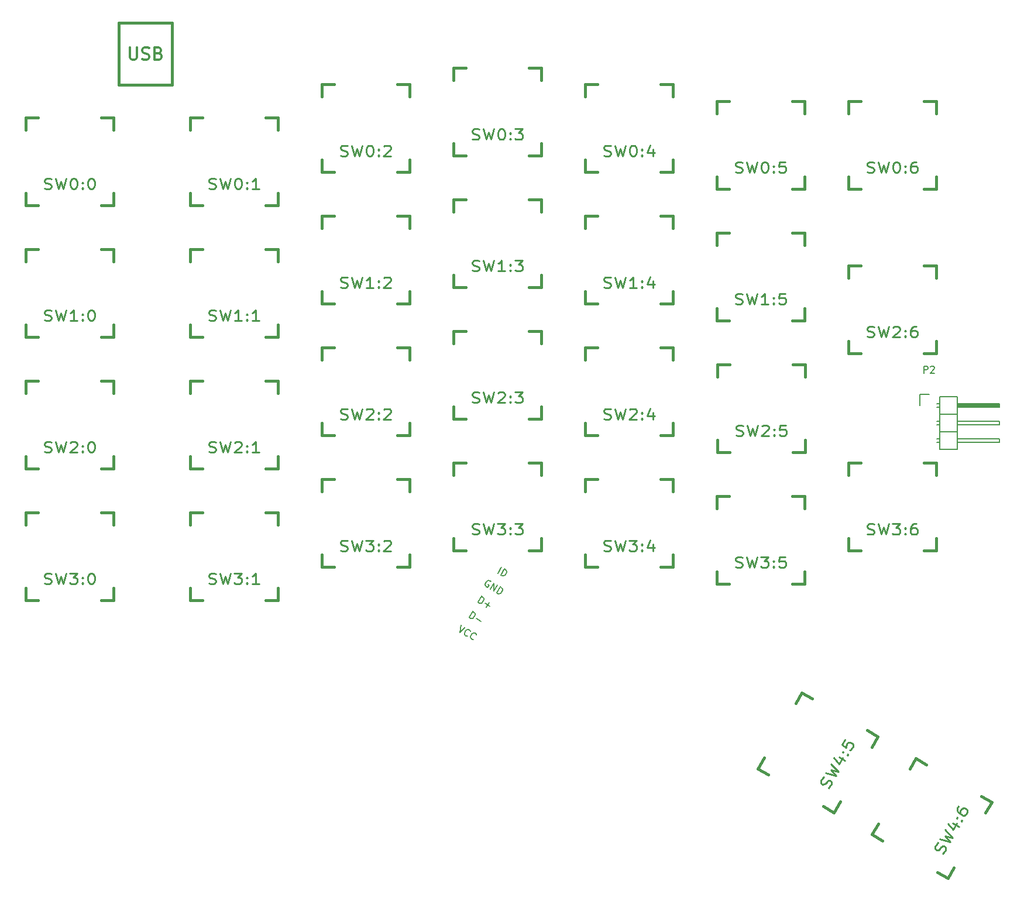
<source format=gto>
G04 #@! TF.FileFunction,Legend,Top*
%FSLAX46Y46*%
G04 Gerber Fmt 4.6, Leading zero omitted, Abs format (unit mm)*
G04 Created by KiCad (PCBNEW 4.0.2-4+6225~38~ubuntu14.04.1-stable) date zo 08 mei 2016 09:07:31 CEST*
%MOMM*%
G01*
G04 APERTURE LIST*
%ADD10C,0.100000*%
%ADD11C,0.381000*%
%ADD12C,0.150000*%
%ADD13C,0.254000*%
%ADD14C,0.304800*%
G04 APERTURE END LIST*
D10*
D11*
X108584739Y-104019261D02*
X109473739Y-102479468D01*
X114045739Y-94560532D02*
X114934739Y-93020739D01*
X114934739Y-93020739D02*
X116474532Y-93909739D01*
X124393468Y-98481739D02*
X125933261Y-99370739D01*
X125933261Y-99370739D02*
X125044261Y-100910532D01*
X120472261Y-108829468D02*
X119583261Y-110369261D01*
X119583261Y-110369261D02*
X118043468Y-109480261D01*
X110124532Y-104908261D02*
X108584739Y-104019261D01*
D12*
X132050000Y-49885000D02*
X132050000Y-51435000D01*
X133350000Y-49885000D02*
X132050000Y-49885000D01*
X137541000Y-51308000D02*
X143383000Y-51308000D01*
X143383000Y-51308000D02*
X143383000Y-51562000D01*
X143383000Y-51562000D02*
X137541000Y-51562000D01*
X137541000Y-51562000D02*
X137541000Y-51435000D01*
X137541000Y-51435000D02*
X143383000Y-51435000D01*
X134874000Y-51181000D02*
X134493000Y-51181000D01*
X134874000Y-51689000D02*
X134493000Y-51689000D01*
X134874000Y-53721000D02*
X134493000Y-53721000D01*
X134874000Y-54229000D02*
X134493000Y-54229000D01*
X134874000Y-56261000D02*
X134493000Y-56261000D01*
X134874000Y-56769000D02*
X134493000Y-56769000D01*
X137414000Y-52705000D02*
X137414000Y-50165000D01*
X143510000Y-51689000D02*
X137414000Y-51689000D01*
X143510000Y-51181000D02*
X143510000Y-51689000D01*
X137414000Y-51181000D02*
X143510000Y-51181000D01*
X134874000Y-52705000D02*
X137414000Y-52705000D01*
X134874000Y-50165000D02*
X134874000Y-52705000D01*
X134874000Y-50165000D02*
X137414000Y-50165000D01*
X134874000Y-55245000D02*
X137414000Y-55245000D01*
X134874000Y-55245000D02*
X134874000Y-57785000D01*
X137414000Y-56261000D02*
X143510000Y-56261000D01*
X143510000Y-56261000D02*
X143510000Y-56769000D01*
X143510000Y-56769000D02*
X137414000Y-56769000D01*
X137414000Y-57785000D02*
X137414000Y-55245000D01*
X137414000Y-55245000D02*
X137414000Y-52705000D01*
X143510000Y-54229000D02*
X137414000Y-54229000D01*
X143510000Y-53721000D02*
X143510000Y-54229000D01*
X137414000Y-53721000D02*
X143510000Y-53721000D01*
X134874000Y-55245000D02*
X137414000Y-55245000D01*
X134874000Y-52705000D02*
X134874000Y-55245000D01*
X134874000Y-52705000D02*
X137414000Y-52705000D01*
X134874000Y-57785000D02*
X137414000Y-57785000D01*
D11*
X2648000Y-9791000D02*
X4426000Y-9791000D01*
X13570000Y-9791000D02*
X15348000Y-9791000D01*
X15348000Y-9791000D02*
X15348000Y-11569000D01*
X15348000Y-20713000D02*
X15348000Y-22491000D01*
X15348000Y-22491000D02*
X13570000Y-22491000D01*
X4426000Y-22491000D02*
X2648000Y-22491000D01*
X2648000Y-22491000D02*
X2648000Y-20713000D01*
X2648000Y-11569000D02*
X2648000Y-9791000D01*
X26460000Y-9790000D02*
X28238000Y-9790000D01*
X37382000Y-9790000D02*
X39160000Y-9790000D01*
X39160000Y-9790000D02*
X39160000Y-11568000D01*
X39160000Y-20712000D02*
X39160000Y-22490000D01*
X39160000Y-22490000D02*
X37382000Y-22490000D01*
X28238000Y-22490000D02*
X26460000Y-22490000D01*
X26460000Y-22490000D02*
X26460000Y-20712000D01*
X26460000Y-11568000D02*
X26460000Y-9790000D01*
X45510000Y-5029000D02*
X47288000Y-5029000D01*
X56432000Y-5029000D02*
X58210000Y-5029000D01*
X58210000Y-5029000D02*
X58210000Y-6807000D01*
X58210000Y-15951000D02*
X58210000Y-17729000D01*
X58210000Y-17729000D02*
X56432000Y-17729000D01*
X47288000Y-17729000D02*
X45510000Y-17729000D01*
X45510000Y-17729000D02*
X45510000Y-15951000D01*
X45510000Y-6807000D02*
X45510000Y-5029000D01*
X64560000Y-2648000D02*
X66338000Y-2648000D01*
X75482000Y-2648000D02*
X77260000Y-2648000D01*
X77260000Y-2648000D02*
X77260000Y-4426000D01*
X77260000Y-13570000D02*
X77260000Y-15348000D01*
X77260000Y-15348000D02*
X75482000Y-15348000D01*
X66338000Y-15348000D02*
X64560000Y-15348000D01*
X64560000Y-15348000D02*
X64560000Y-13570000D01*
X64560000Y-4426000D02*
X64560000Y-2648000D01*
X83610000Y-5029000D02*
X85388000Y-5029000D01*
X94532000Y-5029000D02*
X96310000Y-5029000D01*
X96310000Y-5029000D02*
X96310000Y-6807000D01*
X96310000Y-15951000D02*
X96310000Y-17729000D01*
X96310000Y-17729000D02*
X94532000Y-17729000D01*
X85388000Y-17729000D02*
X83610000Y-17729000D01*
X83610000Y-17729000D02*
X83610000Y-15951000D01*
X83610000Y-6807000D02*
X83610000Y-5029000D01*
X102660000Y-7410000D02*
X104438000Y-7410000D01*
X113582000Y-7410000D02*
X115360000Y-7410000D01*
X115360000Y-7410000D02*
X115360000Y-9188000D01*
X115360000Y-18332000D02*
X115360000Y-20110000D01*
X115360000Y-20110000D02*
X113582000Y-20110000D01*
X104438000Y-20110000D02*
X102660000Y-20110000D01*
X102660000Y-20110000D02*
X102660000Y-18332000D01*
X102660000Y-9188000D02*
X102660000Y-7410000D01*
X121710000Y-7410000D02*
X123488000Y-7410000D01*
X132632000Y-7410000D02*
X134410000Y-7410000D01*
X134410000Y-7410000D02*
X134410000Y-9188000D01*
X134410000Y-18332000D02*
X134410000Y-20110000D01*
X134410000Y-20110000D02*
X132632000Y-20110000D01*
X123488000Y-20110000D02*
X121710000Y-20110000D01*
X121710000Y-20110000D02*
X121710000Y-18332000D01*
X121710000Y-9188000D02*
X121710000Y-7410000D01*
X2648000Y-28841000D02*
X4426000Y-28841000D01*
X13570000Y-28841000D02*
X15348000Y-28841000D01*
X15348000Y-28841000D02*
X15348000Y-30619000D01*
X15348000Y-39763000D02*
X15348000Y-41541000D01*
X15348000Y-41541000D02*
X13570000Y-41541000D01*
X4426000Y-41541000D02*
X2648000Y-41541000D01*
X2648000Y-41541000D02*
X2648000Y-39763000D01*
X2648000Y-30619000D02*
X2648000Y-28841000D01*
X26460000Y-28841000D02*
X28238000Y-28841000D01*
X37382000Y-28841000D02*
X39160000Y-28841000D01*
X39160000Y-28841000D02*
X39160000Y-30619000D01*
X39160000Y-39763000D02*
X39160000Y-41541000D01*
X39160000Y-41541000D02*
X37382000Y-41541000D01*
X28238000Y-41541000D02*
X26460000Y-41541000D01*
X26460000Y-41541000D02*
X26460000Y-39763000D01*
X26460000Y-30619000D02*
X26460000Y-28841000D01*
X45510000Y-24079000D02*
X47288000Y-24079000D01*
X56432000Y-24079000D02*
X58210000Y-24079000D01*
X58210000Y-24079000D02*
X58210000Y-25857000D01*
X58210000Y-35001000D02*
X58210000Y-36779000D01*
X58210000Y-36779000D02*
X56432000Y-36779000D01*
X47288000Y-36779000D02*
X45510000Y-36779000D01*
X45510000Y-36779000D02*
X45510000Y-35001000D01*
X45510000Y-25857000D02*
X45510000Y-24079000D01*
X64560000Y-21688000D02*
X66338000Y-21688000D01*
X75482000Y-21688000D02*
X77260000Y-21688000D01*
X77260000Y-21688000D02*
X77260000Y-23466000D01*
X77260000Y-32610000D02*
X77260000Y-34388000D01*
X77260000Y-34388000D02*
X75482000Y-34388000D01*
X66338000Y-34388000D02*
X64560000Y-34388000D01*
X64560000Y-34388000D02*
X64560000Y-32610000D01*
X64560000Y-23466000D02*
X64560000Y-21688000D01*
X83610000Y-24079000D02*
X85388000Y-24079000D01*
X94532000Y-24079000D02*
X96310000Y-24079000D01*
X96310000Y-24079000D02*
X96310000Y-25857000D01*
X96310000Y-35001000D02*
X96310000Y-36779000D01*
X96310000Y-36779000D02*
X94532000Y-36779000D01*
X85388000Y-36779000D02*
X83610000Y-36779000D01*
X83610000Y-36779000D02*
X83610000Y-35001000D01*
X83610000Y-25857000D02*
X83610000Y-24079000D01*
X102660000Y-26460000D02*
X104438000Y-26460000D01*
X113582000Y-26460000D02*
X115360000Y-26460000D01*
X115360000Y-26460000D02*
X115360000Y-28238000D01*
X115360000Y-37382000D02*
X115360000Y-39160000D01*
X115360000Y-39160000D02*
X113582000Y-39160000D01*
X104438000Y-39160000D02*
X102660000Y-39160000D01*
X102660000Y-39160000D02*
X102660000Y-37382000D01*
X102660000Y-28238000D02*
X102660000Y-26460000D01*
X2648000Y-47891000D02*
X4426000Y-47891000D01*
X13570000Y-47891000D02*
X15348000Y-47891000D01*
X15348000Y-47891000D02*
X15348000Y-49669000D01*
X15348000Y-58813000D02*
X15348000Y-60591000D01*
X15348000Y-60591000D02*
X13570000Y-60591000D01*
X4426000Y-60591000D02*
X2648000Y-60591000D01*
X2648000Y-60591000D02*
X2648000Y-58813000D01*
X2648000Y-49669000D02*
X2648000Y-47891000D01*
X26460000Y-47891000D02*
X28238000Y-47891000D01*
X37382000Y-47891000D02*
X39160000Y-47891000D01*
X39160000Y-47891000D02*
X39160000Y-49669000D01*
X39160000Y-58813000D02*
X39160000Y-60591000D01*
X39160000Y-60591000D02*
X37382000Y-60591000D01*
X28238000Y-60591000D02*
X26460000Y-60591000D01*
X26460000Y-60591000D02*
X26460000Y-58813000D01*
X26460000Y-49669000D02*
X26460000Y-47891000D01*
X45510000Y-43129000D02*
X47288000Y-43129000D01*
X56432000Y-43129000D02*
X58210000Y-43129000D01*
X58210000Y-43129000D02*
X58210000Y-44907000D01*
X58210000Y-54051000D02*
X58210000Y-55829000D01*
X58210000Y-55829000D02*
X56432000Y-55829000D01*
X47288000Y-55829000D02*
X45510000Y-55829000D01*
X45510000Y-55829000D02*
X45510000Y-54051000D01*
X45510000Y-44907000D02*
X45510000Y-43129000D01*
X64560000Y-40738000D02*
X66338000Y-40738000D01*
X75482000Y-40738000D02*
X77260000Y-40738000D01*
X77260000Y-40738000D02*
X77260000Y-42516000D01*
X77260000Y-51660000D02*
X77260000Y-53438000D01*
X77260000Y-53438000D02*
X75482000Y-53438000D01*
X66338000Y-53438000D02*
X64560000Y-53438000D01*
X64560000Y-53438000D02*
X64560000Y-51660000D01*
X64560000Y-42516000D02*
X64560000Y-40738000D01*
X83610000Y-43129000D02*
X85388000Y-43129000D01*
X94532000Y-43129000D02*
X96310000Y-43129000D01*
X96310000Y-43129000D02*
X96310000Y-44907000D01*
X96310000Y-54051000D02*
X96310000Y-55829000D01*
X96310000Y-55829000D02*
X94532000Y-55829000D01*
X85388000Y-55829000D02*
X83610000Y-55829000D01*
X83610000Y-55829000D02*
X83610000Y-54051000D01*
X83610000Y-44907000D02*
X83610000Y-43129000D01*
X102751000Y-45510000D02*
X104529000Y-45510000D01*
X113673000Y-45510000D02*
X115451000Y-45510000D01*
X115451000Y-45510000D02*
X115451000Y-47288000D01*
X115451000Y-56432000D02*
X115451000Y-58210000D01*
X115451000Y-58210000D02*
X113673000Y-58210000D01*
X104529000Y-58210000D02*
X102751000Y-58210000D01*
X102751000Y-58210000D02*
X102751000Y-56432000D01*
X102751000Y-47288000D02*
X102751000Y-45510000D01*
X121710000Y-31223000D02*
X123488000Y-31223000D01*
X132632000Y-31223000D02*
X134410000Y-31223000D01*
X134410000Y-31223000D02*
X134410000Y-33001000D01*
X134410000Y-42145000D02*
X134410000Y-43923000D01*
X134410000Y-43923000D02*
X132632000Y-43923000D01*
X123488000Y-43923000D02*
X121710000Y-43923000D01*
X121710000Y-43923000D02*
X121710000Y-42145000D01*
X121710000Y-33001000D02*
X121710000Y-31223000D01*
X2648000Y-66941000D02*
X4426000Y-66941000D01*
X13570000Y-66941000D02*
X15348000Y-66941000D01*
X15348000Y-66941000D02*
X15348000Y-68719000D01*
X15348000Y-77863000D02*
X15348000Y-79641000D01*
X15348000Y-79641000D02*
X13570000Y-79641000D01*
X4426000Y-79641000D02*
X2648000Y-79641000D01*
X2648000Y-79641000D02*
X2648000Y-77863000D01*
X2648000Y-68719000D02*
X2648000Y-66941000D01*
X26460000Y-66941000D02*
X28238000Y-66941000D01*
X37382000Y-66941000D02*
X39160000Y-66941000D01*
X39160000Y-66941000D02*
X39160000Y-68719000D01*
X39160000Y-77863000D02*
X39160000Y-79641000D01*
X39160000Y-79641000D02*
X37382000Y-79641000D01*
X28238000Y-79641000D02*
X26460000Y-79641000D01*
X26460000Y-79641000D02*
X26460000Y-77863000D01*
X26460000Y-68719000D02*
X26460000Y-66941000D01*
X45510000Y-62179000D02*
X47288000Y-62179000D01*
X56432000Y-62179000D02*
X58210000Y-62179000D01*
X58210000Y-62179000D02*
X58210000Y-63957000D01*
X58210000Y-73101000D02*
X58210000Y-74879000D01*
X58210000Y-74879000D02*
X56432000Y-74879000D01*
X47288000Y-74879000D02*
X45510000Y-74879000D01*
X45510000Y-74879000D02*
X45510000Y-73101000D01*
X45510000Y-63957000D02*
X45510000Y-62179000D01*
X64560000Y-59788000D02*
X66338000Y-59788000D01*
X75482000Y-59788000D02*
X77260000Y-59788000D01*
X77260000Y-59788000D02*
X77260000Y-61566000D01*
X77260000Y-70710000D02*
X77260000Y-72488000D01*
X77260000Y-72488000D02*
X75482000Y-72488000D01*
X66338000Y-72488000D02*
X64560000Y-72488000D01*
X64560000Y-72488000D02*
X64560000Y-70710000D01*
X64560000Y-61566000D02*
X64560000Y-59788000D01*
X83610000Y-62179000D02*
X85388000Y-62179000D01*
X94532000Y-62179000D02*
X96310000Y-62179000D01*
X96310000Y-62179000D02*
X96310000Y-63957000D01*
X96310000Y-73101000D02*
X96310000Y-74879000D01*
X96310000Y-74879000D02*
X94532000Y-74879000D01*
X85388000Y-74879000D02*
X83610000Y-74879000D01*
X83610000Y-74879000D02*
X83610000Y-73101000D01*
X83610000Y-63957000D02*
X83610000Y-62179000D01*
X102660000Y-64560000D02*
X104438000Y-64560000D01*
X113582000Y-64560000D02*
X115360000Y-64560000D01*
X115360000Y-64560000D02*
X115360000Y-66338000D01*
X115360000Y-75482000D02*
X115360000Y-77260000D01*
X115360000Y-77260000D02*
X113582000Y-77260000D01*
X104438000Y-77260000D02*
X102660000Y-77260000D01*
X102660000Y-77260000D02*
X102660000Y-75482000D01*
X102660000Y-66338000D02*
X102660000Y-64560000D01*
X121710000Y-59798000D02*
X123488000Y-59798000D01*
X132632000Y-59798000D02*
X134410000Y-59798000D01*
X134410000Y-59798000D02*
X134410000Y-61576000D01*
X134410000Y-70720000D02*
X134410000Y-72498000D01*
X134410000Y-72498000D02*
X132632000Y-72498000D01*
X123488000Y-72498000D02*
X121710000Y-72498000D01*
X121710000Y-72498000D02*
X121710000Y-70720000D01*
X121710000Y-61576000D02*
X121710000Y-59798000D01*
X125082739Y-113544261D02*
X125971739Y-112004468D01*
X130543739Y-104085532D02*
X131432739Y-102545739D01*
X131432739Y-102545739D02*
X132972532Y-103434739D01*
X140891468Y-108006739D02*
X142431261Y-108895739D01*
X142431261Y-108895739D02*
X141542261Y-110435532D01*
X136970261Y-118354468D02*
X136081261Y-119894261D01*
X136081261Y-119894261D02*
X134541468Y-119005261D01*
X126622532Y-114433261D02*
X125082739Y-113544261D01*
X23850640Y3903980D02*
X23850640Y-5095240D01*
X23850640Y-5095240D02*
X16149360Y-5095240D01*
X16149360Y-5095240D02*
X16149360Y3903980D01*
X16149360Y3903980D02*
X23850640Y3903980D01*
D13*
X118832497Y-106807338D02*
X119022346Y-106623653D01*
X119234013Y-106257036D01*
X119255830Y-106074103D01*
X119235315Y-105964494D01*
X119151951Y-105818599D01*
X119026253Y-105746027D01*
X118858222Y-105746780D01*
X118753041Y-105783818D01*
X118605525Y-105894179D01*
X118373343Y-106151187D01*
X118225827Y-106261548D01*
X118120646Y-106298586D01*
X117952615Y-106299338D01*
X117826917Y-106226766D01*
X117743553Y-106080872D01*
X117723038Y-105971263D01*
X117744856Y-105788330D01*
X117956523Y-105421712D01*
X118146372Y-105238027D01*
X118379856Y-104688478D02*
X119911346Y-105083861D01*
X119137948Y-104246281D01*
X120250013Y-104497273D01*
X119141856Y-103368655D01*
X120301464Y-102376156D02*
X121181346Y-102884156D01*
X119587007Y-102452488D02*
X120318072Y-103363391D01*
X120868405Y-102410186D01*
X121521315Y-102005027D02*
X121626496Y-101967989D01*
X121647012Y-102077598D01*
X121541830Y-102114635D01*
X121521315Y-102005027D01*
X121647012Y-102077598D01*
X120829979Y-101605884D02*
X120935160Y-101568846D01*
X120955676Y-101678455D01*
X120850494Y-101715492D01*
X120829979Y-101605884D01*
X120955676Y-101678455D01*
X121173856Y-99849128D02*
X120750523Y-100582363D01*
X121336677Y-101018543D01*
X121316160Y-100908934D01*
X121337979Y-100726001D01*
X121549646Y-100359384D01*
X121697160Y-100249023D01*
X121802343Y-100211985D01*
X121970374Y-100211233D01*
X122284617Y-100392661D01*
X122367982Y-100538557D01*
X122388496Y-100648166D01*
X122366679Y-100831099D01*
X122155013Y-101197716D01*
X122007496Y-101308077D01*
X121902315Y-101345115D01*
D12*
X132611905Y-46787381D02*
X132611905Y-45787381D01*
X132992858Y-45787381D01*
X133088096Y-45835000D01*
X133135715Y-45882619D01*
X133183334Y-45977857D01*
X133183334Y-46120714D01*
X133135715Y-46215952D01*
X133088096Y-46263571D01*
X132992858Y-46311190D01*
X132611905Y-46311190D01*
X133564286Y-45882619D02*
X133611905Y-45835000D01*
X133707143Y-45787381D01*
X133945239Y-45787381D01*
X134040477Y-45835000D01*
X134088096Y-45882619D01*
X134135715Y-45977857D01*
X134135715Y-46073095D01*
X134088096Y-46215952D01*
X133516667Y-46787381D01*
X134135715Y-46787381D01*
D13*
X5357334Y-20059857D02*
X5611334Y-20132429D01*
X6034667Y-20132429D01*
X6204000Y-20059857D01*
X6288667Y-19987286D01*
X6373334Y-19842143D01*
X6373334Y-19697000D01*
X6288667Y-19551857D01*
X6204000Y-19479286D01*
X6034667Y-19406714D01*
X5696000Y-19334143D01*
X5526667Y-19261571D01*
X5442000Y-19189000D01*
X5357334Y-19043857D01*
X5357334Y-18898714D01*
X5442000Y-18753571D01*
X5526667Y-18681000D01*
X5696000Y-18608429D01*
X6119334Y-18608429D01*
X6373334Y-18681000D01*
X6966000Y-18608429D02*
X7389333Y-20132429D01*
X7728000Y-19043857D01*
X8066667Y-20132429D01*
X8490000Y-18608429D01*
X9506000Y-18608429D02*
X9675333Y-18608429D01*
X9844667Y-18681000D01*
X9929333Y-18753571D01*
X10014000Y-18898714D01*
X10098667Y-19189000D01*
X10098667Y-19551857D01*
X10014000Y-19842143D01*
X9929333Y-19987286D01*
X9844667Y-20059857D01*
X9675333Y-20132429D01*
X9506000Y-20132429D01*
X9336667Y-20059857D01*
X9252000Y-19987286D01*
X9167333Y-19842143D01*
X9082667Y-19551857D01*
X9082667Y-19189000D01*
X9167333Y-18898714D01*
X9252000Y-18753571D01*
X9336667Y-18681000D01*
X9506000Y-18608429D01*
X10860666Y-19987286D02*
X10945333Y-20059857D01*
X10860666Y-20132429D01*
X10776000Y-20059857D01*
X10860666Y-19987286D01*
X10860666Y-20132429D01*
X10860666Y-19189000D02*
X10945333Y-19261571D01*
X10860666Y-19334143D01*
X10776000Y-19261571D01*
X10860666Y-19189000D01*
X10860666Y-19334143D01*
X12046000Y-18608429D02*
X12215333Y-18608429D01*
X12384667Y-18681000D01*
X12469333Y-18753571D01*
X12554000Y-18898714D01*
X12638667Y-19189000D01*
X12638667Y-19551857D01*
X12554000Y-19842143D01*
X12469333Y-19987286D01*
X12384667Y-20059857D01*
X12215333Y-20132429D01*
X12046000Y-20132429D01*
X11876667Y-20059857D01*
X11792000Y-19987286D01*
X11707333Y-19842143D01*
X11622667Y-19551857D01*
X11622667Y-19189000D01*
X11707333Y-18898714D01*
X11792000Y-18753571D01*
X11876667Y-18681000D01*
X12046000Y-18608429D01*
X29169334Y-20058857D02*
X29423334Y-20131429D01*
X29846667Y-20131429D01*
X30016000Y-20058857D01*
X30100667Y-19986286D01*
X30185334Y-19841143D01*
X30185334Y-19696000D01*
X30100667Y-19550857D01*
X30016000Y-19478286D01*
X29846667Y-19405714D01*
X29508000Y-19333143D01*
X29338667Y-19260571D01*
X29254000Y-19188000D01*
X29169334Y-19042857D01*
X29169334Y-18897714D01*
X29254000Y-18752571D01*
X29338667Y-18680000D01*
X29508000Y-18607429D01*
X29931334Y-18607429D01*
X30185334Y-18680000D01*
X30778000Y-18607429D02*
X31201333Y-20131429D01*
X31540000Y-19042857D01*
X31878667Y-20131429D01*
X32302000Y-18607429D01*
X33318000Y-18607429D02*
X33487333Y-18607429D01*
X33656667Y-18680000D01*
X33741333Y-18752571D01*
X33826000Y-18897714D01*
X33910667Y-19188000D01*
X33910667Y-19550857D01*
X33826000Y-19841143D01*
X33741333Y-19986286D01*
X33656667Y-20058857D01*
X33487333Y-20131429D01*
X33318000Y-20131429D01*
X33148667Y-20058857D01*
X33064000Y-19986286D01*
X32979333Y-19841143D01*
X32894667Y-19550857D01*
X32894667Y-19188000D01*
X32979333Y-18897714D01*
X33064000Y-18752571D01*
X33148667Y-18680000D01*
X33318000Y-18607429D01*
X34672666Y-19986286D02*
X34757333Y-20058857D01*
X34672666Y-20131429D01*
X34588000Y-20058857D01*
X34672666Y-19986286D01*
X34672666Y-20131429D01*
X34672666Y-19188000D02*
X34757333Y-19260571D01*
X34672666Y-19333143D01*
X34588000Y-19260571D01*
X34672666Y-19188000D01*
X34672666Y-19333143D01*
X36450667Y-20131429D02*
X35434667Y-20131429D01*
X35942667Y-20131429D02*
X35942667Y-18607429D01*
X35773333Y-18825143D01*
X35604000Y-18970286D01*
X35434667Y-19042857D01*
X48219334Y-15297857D02*
X48473334Y-15370429D01*
X48896667Y-15370429D01*
X49066000Y-15297857D01*
X49150667Y-15225286D01*
X49235334Y-15080143D01*
X49235334Y-14935000D01*
X49150667Y-14789857D01*
X49066000Y-14717286D01*
X48896667Y-14644714D01*
X48558000Y-14572143D01*
X48388667Y-14499571D01*
X48304000Y-14427000D01*
X48219334Y-14281857D01*
X48219334Y-14136714D01*
X48304000Y-13991571D01*
X48388667Y-13919000D01*
X48558000Y-13846429D01*
X48981334Y-13846429D01*
X49235334Y-13919000D01*
X49828000Y-13846429D02*
X50251333Y-15370429D01*
X50590000Y-14281857D01*
X50928667Y-15370429D01*
X51352000Y-13846429D01*
X52368000Y-13846429D02*
X52537333Y-13846429D01*
X52706667Y-13919000D01*
X52791333Y-13991571D01*
X52876000Y-14136714D01*
X52960667Y-14427000D01*
X52960667Y-14789857D01*
X52876000Y-15080143D01*
X52791333Y-15225286D01*
X52706667Y-15297857D01*
X52537333Y-15370429D01*
X52368000Y-15370429D01*
X52198667Y-15297857D01*
X52114000Y-15225286D01*
X52029333Y-15080143D01*
X51944667Y-14789857D01*
X51944667Y-14427000D01*
X52029333Y-14136714D01*
X52114000Y-13991571D01*
X52198667Y-13919000D01*
X52368000Y-13846429D01*
X53722666Y-15225286D02*
X53807333Y-15297857D01*
X53722666Y-15370429D01*
X53638000Y-15297857D01*
X53722666Y-15225286D01*
X53722666Y-15370429D01*
X53722666Y-14427000D02*
X53807333Y-14499571D01*
X53722666Y-14572143D01*
X53638000Y-14499571D01*
X53722666Y-14427000D01*
X53722666Y-14572143D01*
X54484667Y-13991571D02*
X54569333Y-13919000D01*
X54738667Y-13846429D01*
X55162000Y-13846429D01*
X55331333Y-13919000D01*
X55416000Y-13991571D01*
X55500667Y-14136714D01*
X55500667Y-14281857D01*
X55416000Y-14499571D01*
X54400000Y-15370429D01*
X55500667Y-15370429D01*
X67269334Y-12916857D02*
X67523334Y-12989429D01*
X67946667Y-12989429D01*
X68116000Y-12916857D01*
X68200667Y-12844286D01*
X68285334Y-12699143D01*
X68285334Y-12554000D01*
X68200667Y-12408857D01*
X68116000Y-12336286D01*
X67946667Y-12263714D01*
X67608000Y-12191143D01*
X67438667Y-12118571D01*
X67354000Y-12046000D01*
X67269334Y-11900857D01*
X67269334Y-11755714D01*
X67354000Y-11610571D01*
X67438667Y-11538000D01*
X67608000Y-11465429D01*
X68031334Y-11465429D01*
X68285334Y-11538000D01*
X68878000Y-11465429D02*
X69301333Y-12989429D01*
X69640000Y-11900857D01*
X69978667Y-12989429D01*
X70402000Y-11465429D01*
X71418000Y-11465429D02*
X71587333Y-11465429D01*
X71756667Y-11538000D01*
X71841333Y-11610571D01*
X71926000Y-11755714D01*
X72010667Y-12046000D01*
X72010667Y-12408857D01*
X71926000Y-12699143D01*
X71841333Y-12844286D01*
X71756667Y-12916857D01*
X71587333Y-12989429D01*
X71418000Y-12989429D01*
X71248667Y-12916857D01*
X71164000Y-12844286D01*
X71079333Y-12699143D01*
X70994667Y-12408857D01*
X70994667Y-12046000D01*
X71079333Y-11755714D01*
X71164000Y-11610571D01*
X71248667Y-11538000D01*
X71418000Y-11465429D01*
X72772666Y-12844286D02*
X72857333Y-12916857D01*
X72772666Y-12989429D01*
X72688000Y-12916857D01*
X72772666Y-12844286D01*
X72772666Y-12989429D01*
X72772666Y-12046000D02*
X72857333Y-12118571D01*
X72772666Y-12191143D01*
X72688000Y-12118571D01*
X72772666Y-12046000D01*
X72772666Y-12191143D01*
X73450000Y-11465429D02*
X74550667Y-11465429D01*
X73958000Y-12046000D01*
X74212000Y-12046000D01*
X74381333Y-12118571D01*
X74466000Y-12191143D01*
X74550667Y-12336286D01*
X74550667Y-12699143D01*
X74466000Y-12844286D01*
X74381333Y-12916857D01*
X74212000Y-12989429D01*
X73704000Y-12989429D01*
X73534667Y-12916857D01*
X73450000Y-12844286D01*
X86319334Y-15297857D02*
X86573334Y-15370429D01*
X86996667Y-15370429D01*
X87166000Y-15297857D01*
X87250667Y-15225286D01*
X87335334Y-15080143D01*
X87335334Y-14935000D01*
X87250667Y-14789857D01*
X87166000Y-14717286D01*
X86996667Y-14644714D01*
X86658000Y-14572143D01*
X86488667Y-14499571D01*
X86404000Y-14427000D01*
X86319334Y-14281857D01*
X86319334Y-14136714D01*
X86404000Y-13991571D01*
X86488667Y-13919000D01*
X86658000Y-13846429D01*
X87081334Y-13846429D01*
X87335334Y-13919000D01*
X87928000Y-13846429D02*
X88351333Y-15370429D01*
X88690000Y-14281857D01*
X89028667Y-15370429D01*
X89452000Y-13846429D01*
X90468000Y-13846429D02*
X90637333Y-13846429D01*
X90806667Y-13919000D01*
X90891333Y-13991571D01*
X90976000Y-14136714D01*
X91060667Y-14427000D01*
X91060667Y-14789857D01*
X90976000Y-15080143D01*
X90891333Y-15225286D01*
X90806667Y-15297857D01*
X90637333Y-15370429D01*
X90468000Y-15370429D01*
X90298667Y-15297857D01*
X90214000Y-15225286D01*
X90129333Y-15080143D01*
X90044667Y-14789857D01*
X90044667Y-14427000D01*
X90129333Y-14136714D01*
X90214000Y-13991571D01*
X90298667Y-13919000D01*
X90468000Y-13846429D01*
X91822666Y-15225286D02*
X91907333Y-15297857D01*
X91822666Y-15370429D01*
X91738000Y-15297857D01*
X91822666Y-15225286D01*
X91822666Y-15370429D01*
X91822666Y-14427000D02*
X91907333Y-14499571D01*
X91822666Y-14572143D01*
X91738000Y-14499571D01*
X91822666Y-14427000D01*
X91822666Y-14572143D01*
X93431333Y-14354429D02*
X93431333Y-15370429D01*
X93008000Y-13773857D02*
X92584667Y-14862429D01*
X93685333Y-14862429D01*
X105369334Y-17678857D02*
X105623334Y-17751429D01*
X106046667Y-17751429D01*
X106216000Y-17678857D01*
X106300667Y-17606286D01*
X106385334Y-17461143D01*
X106385334Y-17316000D01*
X106300667Y-17170857D01*
X106216000Y-17098286D01*
X106046667Y-17025714D01*
X105708000Y-16953143D01*
X105538667Y-16880571D01*
X105454000Y-16808000D01*
X105369334Y-16662857D01*
X105369334Y-16517714D01*
X105454000Y-16372571D01*
X105538667Y-16300000D01*
X105708000Y-16227429D01*
X106131334Y-16227429D01*
X106385334Y-16300000D01*
X106978000Y-16227429D02*
X107401333Y-17751429D01*
X107740000Y-16662857D01*
X108078667Y-17751429D01*
X108502000Y-16227429D01*
X109518000Y-16227429D02*
X109687333Y-16227429D01*
X109856667Y-16300000D01*
X109941333Y-16372571D01*
X110026000Y-16517714D01*
X110110667Y-16808000D01*
X110110667Y-17170857D01*
X110026000Y-17461143D01*
X109941333Y-17606286D01*
X109856667Y-17678857D01*
X109687333Y-17751429D01*
X109518000Y-17751429D01*
X109348667Y-17678857D01*
X109264000Y-17606286D01*
X109179333Y-17461143D01*
X109094667Y-17170857D01*
X109094667Y-16808000D01*
X109179333Y-16517714D01*
X109264000Y-16372571D01*
X109348667Y-16300000D01*
X109518000Y-16227429D01*
X110872666Y-17606286D02*
X110957333Y-17678857D01*
X110872666Y-17751429D01*
X110788000Y-17678857D01*
X110872666Y-17606286D01*
X110872666Y-17751429D01*
X110872666Y-16808000D02*
X110957333Y-16880571D01*
X110872666Y-16953143D01*
X110788000Y-16880571D01*
X110872666Y-16808000D01*
X110872666Y-16953143D01*
X112566000Y-16227429D02*
X111719333Y-16227429D01*
X111634667Y-16953143D01*
X111719333Y-16880571D01*
X111888667Y-16808000D01*
X112312000Y-16808000D01*
X112481333Y-16880571D01*
X112566000Y-16953143D01*
X112650667Y-17098286D01*
X112650667Y-17461143D01*
X112566000Y-17606286D01*
X112481333Y-17678857D01*
X112312000Y-17751429D01*
X111888667Y-17751429D01*
X111719333Y-17678857D01*
X111634667Y-17606286D01*
X124419334Y-17678857D02*
X124673334Y-17751429D01*
X125096667Y-17751429D01*
X125266000Y-17678857D01*
X125350667Y-17606286D01*
X125435334Y-17461143D01*
X125435334Y-17316000D01*
X125350667Y-17170857D01*
X125266000Y-17098286D01*
X125096667Y-17025714D01*
X124758000Y-16953143D01*
X124588667Y-16880571D01*
X124504000Y-16808000D01*
X124419334Y-16662857D01*
X124419334Y-16517714D01*
X124504000Y-16372571D01*
X124588667Y-16300000D01*
X124758000Y-16227429D01*
X125181334Y-16227429D01*
X125435334Y-16300000D01*
X126028000Y-16227429D02*
X126451333Y-17751429D01*
X126790000Y-16662857D01*
X127128667Y-17751429D01*
X127552000Y-16227429D01*
X128568000Y-16227429D02*
X128737333Y-16227429D01*
X128906667Y-16300000D01*
X128991333Y-16372571D01*
X129076000Y-16517714D01*
X129160667Y-16808000D01*
X129160667Y-17170857D01*
X129076000Y-17461143D01*
X128991333Y-17606286D01*
X128906667Y-17678857D01*
X128737333Y-17751429D01*
X128568000Y-17751429D01*
X128398667Y-17678857D01*
X128314000Y-17606286D01*
X128229333Y-17461143D01*
X128144667Y-17170857D01*
X128144667Y-16808000D01*
X128229333Y-16517714D01*
X128314000Y-16372571D01*
X128398667Y-16300000D01*
X128568000Y-16227429D01*
X129922666Y-17606286D02*
X130007333Y-17678857D01*
X129922666Y-17751429D01*
X129838000Y-17678857D01*
X129922666Y-17606286D01*
X129922666Y-17751429D01*
X129922666Y-16808000D02*
X130007333Y-16880571D01*
X129922666Y-16953143D01*
X129838000Y-16880571D01*
X129922666Y-16808000D01*
X129922666Y-16953143D01*
X131531333Y-16227429D02*
X131192667Y-16227429D01*
X131023333Y-16300000D01*
X130938667Y-16372571D01*
X130769333Y-16590286D01*
X130684667Y-16880571D01*
X130684667Y-17461143D01*
X130769333Y-17606286D01*
X130854000Y-17678857D01*
X131023333Y-17751429D01*
X131362000Y-17751429D01*
X131531333Y-17678857D01*
X131616000Y-17606286D01*
X131700667Y-17461143D01*
X131700667Y-17098286D01*
X131616000Y-16953143D01*
X131531333Y-16880571D01*
X131362000Y-16808000D01*
X131023333Y-16808000D01*
X130854000Y-16880571D01*
X130769333Y-16953143D01*
X130684667Y-17098286D01*
X5357334Y-39109857D02*
X5611334Y-39182429D01*
X6034667Y-39182429D01*
X6204000Y-39109857D01*
X6288667Y-39037286D01*
X6373334Y-38892143D01*
X6373334Y-38747000D01*
X6288667Y-38601857D01*
X6204000Y-38529286D01*
X6034667Y-38456714D01*
X5696000Y-38384143D01*
X5526667Y-38311571D01*
X5442000Y-38239000D01*
X5357334Y-38093857D01*
X5357334Y-37948714D01*
X5442000Y-37803571D01*
X5526667Y-37731000D01*
X5696000Y-37658429D01*
X6119334Y-37658429D01*
X6373334Y-37731000D01*
X6966000Y-37658429D02*
X7389333Y-39182429D01*
X7728000Y-38093857D01*
X8066667Y-39182429D01*
X8490000Y-37658429D01*
X10098667Y-39182429D02*
X9082667Y-39182429D01*
X9590667Y-39182429D02*
X9590667Y-37658429D01*
X9421333Y-37876143D01*
X9252000Y-38021286D01*
X9082667Y-38093857D01*
X10860666Y-39037286D02*
X10945333Y-39109857D01*
X10860666Y-39182429D01*
X10776000Y-39109857D01*
X10860666Y-39037286D01*
X10860666Y-39182429D01*
X10860666Y-38239000D02*
X10945333Y-38311571D01*
X10860666Y-38384143D01*
X10776000Y-38311571D01*
X10860666Y-38239000D01*
X10860666Y-38384143D01*
X12046000Y-37658429D02*
X12215333Y-37658429D01*
X12384667Y-37731000D01*
X12469333Y-37803571D01*
X12554000Y-37948714D01*
X12638667Y-38239000D01*
X12638667Y-38601857D01*
X12554000Y-38892143D01*
X12469333Y-39037286D01*
X12384667Y-39109857D01*
X12215333Y-39182429D01*
X12046000Y-39182429D01*
X11876667Y-39109857D01*
X11792000Y-39037286D01*
X11707333Y-38892143D01*
X11622667Y-38601857D01*
X11622667Y-38239000D01*
X11707333Y-37948714D01*
X11792000Y-37803571D01*
X11876667Y-37731000D01*
X12046000Y-37658429D01*
X29169334Y-39109857D02*
X29423334Y-39182429D01*
X29846667Y-39182429D01*
X30016000Y-39109857D01*
X30100667Y-39037286D01*
X30185334Y-38892143D01*
X30185334Y-38747000D01*
X30100667Y-38601857D01*
X30016000Y-38529286D01*
X29846667Y-38456714D01*
X29508000Y-38384143D01*
X29338667Y-38311571D01*
X29254000Y-38239000D01*
X29169334Y-38093857D01*
X29169334Y-37948714D01*
X29254000Y-37803571D01*
X29338667Y-37731000D01*
X29508000Y-37658429D01*
X29931334Y-37658429D01*
X30185334Y-37731000D01*
X30778000Y-37658429D02*
X31201333Y-39182429D01*
X31540000Y-38093857D01*
X31878667Y-39182429D01*
X32302000Y-37658429D01*
X33910667Y-39182429D02*
X32894667Y-39182429D01*
X33402667Y-39182429D02*
X33402667Y-37658429D01*
X33233333Y-37876143D01*
X33064000Y-38021286D01*
X32894667Y-38093857D01*
X34672666Y-39037286D02*
X34757333Y-39109857D01*
X34672666Y-39182429D01*
X34588000Y-39109857D01*
X34672666Y-39037286D01*
X34672666Y-39182429D01*
X34672666Y-38239000D02*
X34757333Y-38311571D01*
X34672666Y-38384143D01*
X34588000Y-38311571D01*
X34672666Y-38239000D01*
X34672666Y-38384143D01*
X36450667Y-39182429D02*
X35434667Y-39182429D01*
X35942667Y-39182429D02*
X35942667Y-37658429D01*
X35773333Y-37876143D01*
X35604000Y-38021286D01*
X35434667Y-38093857D01*
X48219334Y-34347857D02*
X48473334Y-34420429D01*
X48896667Y-34420429D01*
X49066000Y-34347857D01*
X49150667Y-34275286D01*
X49235334Y-34130143D01*
X49235334Y-33985000D01*
X49150667Y-33839857D01*
X49066000Y-33767286D01*
X48896667Y-33694714D01*
X48558000Y-33622143D01*
X48388667Y-33549571D01*
X48304000Y-33477000D01*
X48219334Y-33331857D01*
X48219334Y-33186714D01*
X48304000Y-33041571D01*
X48388667Y-32969000D01*
X48558000Y-32896429D01*
X48981334Y-32896429D01*
X49235334Y-32969000D01*
X49828000Y-32896429D02*
X50251333Y-34420429D01*
X50590000Y-33331857D01*
X50928667Y-34420429D01*
X51352000Y-32896429D01*
X52960667Y-34420429D02*
X51944667Y-34420429D01*
X52452667Y-34420429D02*
X52452667Y-32896429D01*
X52283333Y-33114143D01*
X52114000Y-33259286D01*
X51944667Y-33331857D01*
X53722666Y-34275286D02*
X53807333Y-34347857D01*
X53722666Y-34420429D01*
X53638000Y-34347857D01*
X53722666Y-34275286D01*
X53722666Y-34420429D01*
X53722666Y-33477000D02*
X53807333Y-33549571D01*
X53722666Y-33622143D01*
X53638000Y-33549571D01*
X53722666Y-33477000D01*
X53722666Y-33622143D01*
X54484667Y-33041571D02*
X54569333Y-32969000D01*
X54738667Y-32896429D01*
X55162000Y-32896429D01*
X55331333Y-32969000D01*
X55416000Y-33041571D01*
X55500667Y-33186714D01*
X55500667Y-33331857D01*
X55416000Y-33549571D01*
X54400000Y-34420429D01*
X55500667Y-34420429D01*
X67269334Y-31956857D02*
X67523334Y-32029429D01*
X67946667Y-32029429D01*
X68116000Y-31956857D01*
X68200667Y-31884286D01*
X68285334Y-31739143D01*
X68285334Y-31594000D01*
X68200667Y-31448857D01*
X68116000Y-31376286D01*
X67946667Y-31303714D01*
X67608000Y-31231143D01*
X67438667Y-31158571D01*
X67354000Y-31086000D01*
X67269334Y-30940857D01*
X67269334Y-30795714D01*
X67354000Y-30650571D01*
X67438667Y-30578000D01*
X67608000Y-30505429D01*
X68031334Y-30505429D01*
X68285334Y-30578000D01*
X68878000Y-30505429D02*
X69301333Y-32029429D01*
X69640000Y-30940857D01*
X69978667Y-32029429D01*
X70402000Y-30505429D01*
X72010667Y-32029429D02*
X70994667Y-32029429D01*
X71502667Y-32029429D02*
X71502667Y-30505429D01*
X71333333Y-30723143D01*
X71164000Y-30868286D01*
X70994667Y-30940857D01*
X72772666Y-31884286D02*
X72857333Y-31956857D01*
X72772666Y-32029429D01*
X72688000Y-31956857D01*
X72772666Y-31884286D01*
X72772666Y-32029429D01*
X72772666Y-31086000D02*
X72857333Y-31158571D01*
X72772666Y-31231143D01*
X72688000Y-31158571D01*
X72772666Y-31086000D01*
X72772666Y-31231143D01*
X73450000Y-30505429D02*
X74550667Y-30505429D01*
X73958000Y-31086000D01*
X74212000Y-31086000D01*
X74381333Y-31158571D01*
X74466000Y-31231143D01*
X74550667Y-31376286D01*
X74550667Y-31739143D01*
X74466000Y-31884286D01*
X74381333Y-31956857D01*
X74212000Y-32029429D01*
X73704000Y-32029429D01*
X73534667Y-31956857D01*
X73450000Y-31884286D01*
X86319334Y-34347857D02*
X86573334Y-34420429D01*
X86996667Y-34420429D01*
X87166000Y-34347857D01*
X87250667Y-34275286D01*
X87335334Y-34130143D01*
X87335334Y-33985000D01*
X87250667Y-33839857D01*
X87166000Y-33767286D01*
X86996667Y-33694714D01*
X86658000Y-33622143D01*
X86488667Y-33549571D01*
X86404000Y-33477000D01*
X86319334Y-33331857D01*
X86319334Y-33186714D01*
X86404000Y-33041571D01*
X86488667Y-32969000D01*
X86658000Y-32896429D01*
X87081334Y-32896429D01*
X87335334Y-32969000D01*
X87928000Y-32896429D02*
X88351333Y-34420429D01*
X88690000Y-33331857D01*
X89028667Y-34420429D01*
X89452000Y-32896429D01*
X91060667Y-34420429D02*
X90044667Y-34420429D01*
X90552667Y-34420429D02*
X90552667Y-32896429D01*
X90383333Y-33114143D01*
X90214000Y-33259286D01*
X90044667Y-33331857D01*
X91822666Y-34275286D02*
X91907333Y-34347857D01*
X91822666Y-34420429D01*
X91738000Y-34347857D01*
X91822666Y-34275286D01*
X91822666Y-34420429D01*
X91822666Y-33477000D02*
X91907333Y-33549571D01*
X91822666Y-33622143D01*
X91738000Y-33549571D01*
X91822666Y-33477000D01*
X91822666Y-33622143D01*
X93431333Y-33404429D02*
X93431333Y-34420429D01*
X93008000Y-32823857D02*
X92584667Y-33912429D01*
X93685333Y-33912429D01*
X105369334Y-36728857D02*
X105623334Y-36801429D01*
X106046667Y-36801429D01*
X106216000Y-36728857D01*
X106300667Y-36656286D01*
X106385334Y-36511143D01*
X106385334Y-36366000D01*
X106300667Y-36220857D01*
X106216000Y-36148286D01*
X106046667Y-36075714D01*
X105708000Y-36003143D01*
X105538667Y-35930571D01*
X105454000Y-35858000D01*
X105369334Y-35712857D01*
X105369334Y-35567714D01*
X105454000Y-35422571D01*
X105538667Y-35350000D01*
X105708000Y-35277429D01*
X106131334Y-35277429D01*
X106385334Y-35350000D01*
X106978000Y-35277429D02*
X107401333Y-36801429D01*
X107740000Y-35712857D01*
X108078667Y-36801429D01*
X108502000Y-35277429D01*
X110110667Y-36801429D02*
X109094667Y-36801429D01*
X109602667Y-36801429D02*
X109602667Y-35277429D01*
X109433333Y-35495143D01*
X109264000Y-35640286D01*
X109094667Y-35712857D01*
X110872666Y-36656286D02*
X110957333Y-36728857D01*
X110872666Y-36801429D01*
X110788000Y-36728857D01*
X110872666Y-36656286D01*
X110872666Y-36801429D01*
X110872666Y-35858000D02*
X110957333Y-35930571D01*
X110872666Y-36003143D01*
X110788000Y-35930571D01*
X110872666Y-35858000D01*
X110872666Y-36003143D01*
X112566000Y-35277429D02*
X111719333Y-35277429D01*
X111634667Y-36003143D01*
X111719333Y-35930571D01*
X111888667Y-35858000D01*
X112312000Y-35858000D01*
X112481333Y-35930571D01*
X112566000Y-36003143D01*
X112650667Y-36148286D01*
X112650667Y-36511143D01*
X112566000Y-36656286D01*
X112481333Y-36728857D01*
X112312000Y-36801429D01*
X111888667Y-36801429D01*
X111719333Y-36728857D01*
X111634667Y-36656286D01*
X5357334Y-58159857D02*
X5611334Y-58232429D01*
X6034667Y-58232429D01*
X6204000Y-58159857D01*
X6288667Y-58087286D01*
X6373334Y-57942143D01*
X6373334Y-57797000D01*
X6288667Y-57651857D01*
X6204000Y-57579286D01*
X6034667Y-57506714D01*
X5696000Y-57434143D01*
X5526667Y-57361571D01*
X5442000Y-57289000D01*
X5357334Y-57143857D01*
X5357334Y-56998714D01*
X5442000Y-56853571D01*
X5526667Y-56781000D01*
X5696000Y-56708429D01*
X6119334Y-56708429D01*
X6373334Y-56781000D01*
X6966000Y-56708429D02*
X7389333Y-58232429D01*
X7728000Y-57143857D01*
X8066667Y-58232429D01*
X8490000Y-56708429D01*
X9082667Y-56853571D02*
X9167333Y-56781000D01*
X9336667Y-56708429D01*
X9760000Y-56708429D01*
X9929333Y-56781000D01*
X10014000Y-56853571D01*
X10098667Y-56998714D01*
X10098667Y-57143857D01*
X10014000Y-57361571D01*
X8998000Y-58232429D01*
X10098667Y-58232429D01*
X10860666Y-58087286D02*
X10945333Y-58159857D01*
X10860666Y-58232429D01*
X10776000Y-58159857D01*
X10860666Y-58087286D01*
X10860666Y-58232429D01*
X10860666Y-57289000D02*
X10945333Y-57361571D01*
X10860666Y-57434143D01*
X10776000Y-57361571D01*
X10860666Y-57289000D01*
X10860666Y-57434143D01*
X12046000Y-56708429D02*
X12215333Y-56708429D01*
X12384667Y-56781000D01*
X12469333Y-56853571D01*
X12554000Y-56998714D01*
X12638667Y-57289000D01*
X12638667Y-57651857D01*
X12554000Y-57942143D01*
X12469333Y-58087286D01*
X12384667Y-58159857D01*
X12215333Y-58232429D01*
X12046000Y-58232429D01*
X11876667Y-58159857D01*
X11792000Y-58087286D01*
X11707333Y-57942143D01*
X11622667Y-57651857D01*
X11622667Y-57289000D01*
X11707333Y-56998714D01*
X11792000Y-56853571D01*
X11876667Y-56781000D01*
X12046000Y-56708429D01*
X29169334Y-58159857D02*
X29423334Y-58232429D01*
X29846667Y-58232429D01*
X30016000Y-58159857D01*
X30100667Y-58087286D01*
X30185334Y-57942143D01*
X30185334Y-57797000D01*
X30100667Y-57651857D01*
X30016000Y-57579286D01*
X29846667Y-57506714D01*
X29508000Y-57434143D01*
X29338667Y-57361571D01*
X29254000Y-57289000D01*
X29169334Y-57143857D01*
X29169334Y-56998714D01*
X29254000Y-56853571D01*
X29338667Y-56781000D01*
X29508000Y-56708429D01*
X29931334Y-56708429D01*
X30185334Y-56781000D01*
X30778000Y-56708429D02*
X31201333Y-58232429D01*
X31540000Y-57143857D01*
X31878667Y-58232429D01*
X32302000Y-56708429D01*
X32894667Y-56853571D02*
X32979333Y-56781000D01*
X33148667Y-56708429D01*
X33572000Y-56708429D01*
X33741333Y-56781000D01*
X33826000Y-56853571D01*
X33910667Y-56998714D01*
X33910667Y-57143857D01*
X33826000Y-57361571D01*
X32810000Y-58232429D01*
X33910667Y-58232429D01*
X34672666Y-58087286D02*
X34757333Y-58159857D01*
X34672666Y-58232429D01*
X34588000Y-58159857D01*
X34672666Y-58087286D01*
X34672666Y-58232429D01*
X34672666Y-57289000D02*
X34757333Y-57361571D01*
X34672666Y-57434143D01*
X34588000Y-57361571D01*
X34672666Y-57289000D01*
X34672666Y-57434143D01*
X36450667Y-58232429D02*
X35434667Y-58232429D01*
X35942667Y-58232429D02*
X35942667Y-56708429D01*
X35773333Y-56926143D01*
X35604000Y-57071286D01*
X35434667Y-57143857D01*
X48219334Y-53397857D02*
X48473334Y-53470429D01*
X48896667Y-53470429D01*
X49066000Y-53397857D01*
X49150667Y-53325286D01*
X49235334Y-53180143D01*
X49235334Y-53035000D01*
X49150667Y-52889857D01*
X49066000Y-52817286D01*
X48896667Y-52744714D01*
X48558000Y-52672143D01*
X48388667Y-52599571D01*
X48304000Y-52527000D01*
X48219334Y-52381857D01*
X48219334Y-52236714D01*
X48304000Y-52091571D01*
X48388667Y-52019000D01*
X48558000Y-51946429D01*
X48981334Y-51946429D01*
X49235334Y-52019000D01*
X49828000Y-51946429D02*
X50251333Y-53470429D01*
X50590000Y-52381857D01*
X50928667Y-53470429D01*
X51352000Y-51946429D01*
X51944667Y-52091571D02*
X52029333Y-52019000D01*
X52198667Y-51946429D01*
X52622000Y-51946429D01*
X52791333Y-52019000D01*
X52876000Y-52091571D01*
X52960667Y-52236714D01*
X52960667Y-52381857D01*
X52876000Y-52599571D01*
X51860000Y-53470429D01*
X52960667Y-53470429D01*
X53722666Y-53325286D02*
X53807333Y-53397857D01*
X53722666Y-53470429D01*
X53638000Y-53397857D01*
X53722666Y-53325286D01*
X53722666Y-53470429D01*
X53722666Y-52527000D02*
X53807333Y-52599571D01*
X53722666Y-52672143D01*
X53638000Y-52599571D01*
X53722666Y-52527000D01*
X53722666Y-52672143D01*
X54484667Y-52091571D02*
X54569333Y-52019000D01*
X54738667Y-51946429D01*
X55162000Y-51946429D01*
X55331333Y-52019000D01*
X55416000Y-52091571D01*
X55500667Y-52236714D01*
X55500667Y-52381857D01*
X55416000Y-52599571D01*
X54400000Y-53470429D01*
X55500667Y-53470429D01*
X67269334Y-51006857D02*
X67523334Y-51079429D01*
X67946667Y-51079429D01*
X68116000Y-51006857D01*
X68200667Y-50934286D01*
X68285334Y-50789143D01*
X68285334Y-50644000D01*
X68200667Y-50498857D01*
X68116000Y-50426286D01*
X67946667Y-50353714D01*
X67608000Y-50281143D01*
X67438667Y-50208571D01*
X67354000Y-50136000D01*
X67269334Y-49990857D01*
X67269334Y-49845714D01*
X67354000Y-49700571D01*
X67438667Y-49628000D01*
X67608000Y-49555429D01*
X68031334Y-49555429D01*
X68285334Y-49628000D01*
X68878000Y-49555429D02*
X69301333Y-51079429D01*
X69640000Y-49990857D01*
X69978667Y-51079429D01*
X70402000Y-49555429D01*
X70994667Y-49700571D02*
X71079333Y-49628000D01*
X71248667Y-49555429D01*
X71672000Y-49555429D01*
X71841333Y-49628000D01*
X71926000Y-49700571D01*
X72010667Y-49845714D01*
X72010667Y-49990857D01*
X71926000Y-50208571D01*
X70910000Y-51079429D01*
X72010667Y-51079429D01*
X72772666Y-50934286D02*
X72857333Y-51006857D01*
X72772666Y-51079429D01*
X72688000Y-51006857D01*
X72772666Y-50934286D01*
X72772666Y-51079429D01*
X72772666Y-50136000D02*
X72857333Y-50208571D01*
X72772666Y-50281143D01*
X72688000Y-50208571D01*
X72772666Y-50136000D01*
X72772666Y-50281143D01*
X73450000Y-49555429D02*
X74550667Y-49555429D01*
X73958000Y-50136000D01*
X74212000Y-50136000D01*
X74381333Y-50208571D01*
X74466000Y-50281143D01*
X74550667Y-50426286D01*
X74550667Y-50789143D01*
X74466000Y-50934286D01*
X74381333Y-51006857D01*
X74212000Y-51079429D01*
X73704000Y-51079429D01*
X73534667Y-51006857D01*
X73450000Y-50934286D01*
X86319334Y-53397857D02*
X86573334Y-53470429D01*
X86996667Y-53470429D01*
X87166000Y-53397857D01*
X87250667Y-53325286D01*
X87335334Y-53180143D01*
X87335334Y-53035000D01*
X87250667Y-52889857D01*
X87166000Y-52817286D01*
X86996667Y-52744714D01*
X86658000Y-52672143D01*
X86488667Y-52599571D01*
X86404000Y-52527000D01*
X86319334Y-52381857D01*
X86319334Y-52236714D01*
X86404000Y-52091571D01*
X86488667Y-52019000D01*
X86658000Y-51946429D01*
X87081334Y-51946429D01*
X87335334Y-52019000D01*
X87928000Y-51946429D02*
X88351333Y-53470429D01*
X88690000Y-52381857D01*
X89028667Y-53470429D01*
X89452000Y-51946429D01*
X90044667Y-52091571D02*
X90129333Y-52019000D01*
X90298667Y-51946429D01*
X90722000Y-51946429D01*
X90891333Y-52019000D01*
X90976000Y-52091571D01*
X91060667Y-52236714D01*
X91060667Y-52381857D01*
X90976000Y-52599571D01*
X89960000Y-53470429D01*
X91060667Y-53470429D01*
X91822666Y-53325286D02*
X91907333Y-53397857D01*
X91822666Y-53470429D01*
X91738000Y-53397857D01*
X91822666Y-53325286D01*
X91822666Y-53470429D01*
X91822666Y-52527000D02*
X91907333Y-52599571D01*
X91822666Y-52672143D01*
X91738000Y-52599571D01*
X91822666Y-52527000D01*
X91822666Y-52672143D01*
X93431333Y-52454429D02*
X93431333Y-53470429D01*
X93008000Y-51873857D02*
X92584667Y-52962429D01*
X93685333Y-52962429D01*
X105460334Y-55778857D02*
X105714334Y-55851429D01*
X106137667Y-55851429D01*
X106307000Y-55778857D01*
X106391667Y-55706286D01*
X106476334Y-55561143D01*
X106476334Y-55416000D01*
X106391667Y-55270857D01*
X106307000Y-55198286D01*
X106137667Y-55125714D01*
X105799000Y-55053143D01*
X105629667Y-54980571D01*
X105545000Y-54908000D01*
X105460334Y-54762857D01*
X105460334Y-54617714D01*
X105545000Y-54472571D01*
X105629667Y-54400000D01*
X105799000Y-54327429D01*
X106222334Y-54327429D01*
X106476334Y-54400000D01*
X107069000Y-54327429D02*
X107492333Y-55851429D01*
X107831000Y-54762857D01*
X108169667Y-55851429D01*
X108593000Y-54327429D01*
X109185667Y-54472571D02*
X109270333Y-54400000D01*
X109439667Y-54327429D01*
X109863000Y-54327429D01*
X110032333Y-54400000D01*
X110117000Y-54472571D01*
X110201667Y-54617714D01*
X110201667Y-54762857D01*
X110117000Y-54980571D01*
X109101000Y-55851429D01*
X110201667Y-55851429D01*
X110963666Y-55706286D02*
X111048333Y-55778857D01*
X110963666Y-55851429D01*
X110879000Y-55778857D01*
X110963666Y-55706286D01*
X110963666Y-55851429D01*
X110963666Y-54908000D02*
X111048333Y-54980571D01*
X110963666Y-55053143D01*
X110879000Y-54980571D01*
X110963666Y-54908000D01*
X110963666Y-55053143D01*
X112657000Y-54327429D02*
X111810333Y-54327429D01*
X111725667Y-55053143D01*
X111810333Y-54980571D01*
X111979667Y-54908000D01*
X112403000Y-54908000D01*
X112572333Y-54980571D01*
X112657000Y-55053143D01*
X112741667Y-55198286D01*
X112741667Y-55561143D01*
X112657000Y-55706286D01*
X112572333Y-55778857D01*
X112403000Y-55851429D01*
X111979667Y-55851429D01*
X111810333Y-55778857D01*
X111725667Y-55706286D01*
X124419334Y-41491857D02*
X124673334Y-41564429D01*
X125096667Y-41564429D01*
X125266000Y-41491857D01*
X125350667Y-41419286D01*
X125435334Y-41274143D01*
X125435334Y-41129000D01*
X125350667Y-40983857D01*
X125266000Y-40911286D01*
X125096667Y-40838714D01*
X124758000Y-40766143D01*
X124588667Y-40693571D01*
X124504000Y-40621000D01*
X124419334Y-40475857D01*
X124419334Y-40330714D01*
X124504000Y-40185571D01*
X124588667Y-40113000D01*
X124758000Y-40040429D01*
X125181334Y-40040429D01*
X125435334Y-40113000D01*
X126028000Y-40040429D02*
X126451333Y-41564429D01*
X126790000Y-40475857D01*
X127128667Y-41564429D01*
X127552000Y-40040429D01*
X128144667Y-40185571D02*
X128229333Y-40113000D01*
X128398667Y-40040429D01*
X128822000Y-40040429D01*
X128991333Y-40113000D01*
X129076000Y-40185571D01*
X129160667Y-40330714D01*
X129160667Y-40475857D01*
X129076000Y-40693571D01*
X128060000Y-41564429D01*
X129160667Y-41564429D01*
X129922666Y-41419286D02*
X130007333Y-41491857D01*
X129922666Y-41564429D01*
X129838000Y-41491857D01*
X129922666Y-41419286D01*
X129922666Y-41564429D01*
X129922666Y-40621000D02*
X130007333Y-40693571D01*
X129922666Y-40766143D01*
X129838000Y-40693571D01*
X129922666Y-40621000D01*
X129922666Y-40766143D01*
X131531333Y-40040429D02*
X131192667Y-40040429D01*
X131023333Y-40113000D01*
X130938667Y-40185571D01*
X130769333Y-40403286D01*
X130684667Y-40693571D01*
X130684667Y-41274143D01*
X130769333Y-41419286D01*
X130854000Y-41491857D01*
X131023333Y-41564429D01*
X131362000Y-41564429D01*
X131531333Y-41491857D01*
X131616000Y-41419286D01*
X131700667Y-41274143D01*
X131700667Y-40911286D01*
X131616000Y-40766143D01*
X131531333Y-40693571D01*
X131362000Y-40621000D01*
X131023333Y-40621000D01*
X130854000Y-40693571D01*
X130769333Y-40766143D01*
X130684667Y-40911286D01*
X5357334Y-77209857D02*
X5611334Y-77282429D01*
X6034667Y-77282429D01*
X6204000Y-77209857D01*
X6288667Y-77137286D01*
X6373334Y-76992143D01*
X6373334Y-76847000D01*
X6288667Y-76701857D01*
X6204000Y-76629286D01*
X6034667Y-76556714D01*
X5696000Y-76484143D01*
X5526667Y-76411571D01*
X5442000Y-76339000D01*
X5357334Y-76193857D01*
X5357334Y-76048714D01*
X5442000Y-75903571D01*
X5526667Y-75831000D01*
X5696000Y-75758429D01*
X6119334Y-75758429D01*
X6373334Y-75831000D01*
X6966000Y-75758429D02*
X7389333Y-77282429D01*
X7728000Y-76193857D01*
X8066667Y-77282429D01*
X8490000Y-75758429D01*
X8998000Y-75758429D02*
X10098667Y-75758429D01*
X9506000Y-76339000D01*
X9760000Y-76339000D01*
X9929333Y-76411571D01*
X10014000Y-76484143D01*
X10098667Y-76629286D01*
X10098667Y-76992143D01*
X10014000Y-77137286D01*
X9929333Y-77209857D01*
X9760000Y-77282429D01*
X9252000Y-77282429D01*
X9082667Y-77209857D01*
X8998000Y-77137286D01*
X10860666Y-77137286D02*
X10945333Y-77209857D01*
X10860666Y-77282429D01*
X10776000Y-77209857D01*
X10860666Y-77137286D01*
X10860666Y-77282429D01*
X10860666Y-76339000D02*
X10945333Y-76411571D01*
X10860666Y-76484143D01*
X10776000Y-76411571D01*
X10860666Y-76339000D01*
X10860666Y-76484143D01*
X12046000Y-75758429D02*
X12215333Y-75758429D01*
X12384667Y-75831000D01*
X12469333Y-75903571D01*
X12554000Y-76048714D01*
X12638667Y-76339000D01*
X12638667Y-76701857D01*
X12554000Y-76992143D01*
X12469333Y-77137286D01*
X12384667Y-77209857D01*
X12215333Y-77282429D01*
X12046000Y-77282429D01*
X11876667Y-77209857D01*
X11792000Y-77137286D01*
X11707333Y-76992143D01*
X11622667Y-76701857D01*
X11622667Y-76339000D01*
X11707333Y-76048714D01*
X11792000Y-75903571D01*
X11876667Y-75831000D01*
X12046000Y-75758429D01*
X29169334Y-77209857D02*
X29423334Y-77282429D01*
X29846667Y-77282429D01*
X30016000Y-77209857D01*
X30100667Y-77137286D01*
X30185334Y-76992143D01*
X30185334Y-76847000D01*
X30100667Y-76701857D01*
X30016000Y-76629286D01*
X29846667Y-76556714D01*
X29508000Y-76484143D01*
X29338667Y-76411571D01*
X29254000Y-76339000D01*
X29169334Y-76193857D01*
X29169334Y-76048714D01*
X29254000Y-75903571D01*
X29338667Y-75831000D01*
X29508000Y-75758429D01*
X29931334Y-75758429D01*
X30185334Y-75831000D01*
X30778000Y-75758429D02*
X31201333Y-77282429D01*
X31540000Y-76193857D01*
X31878667Y-77282429D01*
X32302000Y-75758429D01*
X32810000Y-75758429D02*
X33910667Y-75758429D01*
X33318000Y-76339000D01*
X33572000Y-76339000D01*
X33741333Y-76411571D01*
X33826000Y-76484143D01*
X33910667Y-76629286D01*
X33910667Y-76992143D01*
X33826000Y-77137286D01*
X33741333Y-77209857D01*
X33572000Y-77282429D01*
X33064000Y-77282429D01*
X32894667Y-77209857D01*
X32810000Y-77137286D01*
X34672666Y-77137286D02*
X34757333Y-77209857D01*
X34672666Y-77282429D01*
X34588000Y-77209857D01*
X34672666Y-77137286D01*
X34672666Y-77282429D01*
X34672666Y-76339000D02*
X34757333Y-76411571D01*
X34672666Y-76484143D01*
X34588000Y-76411571D01*
X34672666Y-76339000D01*
X34672666Y-76484143D01*
X36450667Y-77282429D02*
X35434667Y-77282429D01*
X35942667Y-77282429D02*
X35942667Y-75758429D01*
X35773333Y-75976143D01*
X35604000Y-76121286D01*
X35434667Y-76193857D01*
X48219334Y-72447857D02*
X48473334Y-72520429D01*
X48896667Y-72520429D01*
X49066000Y-72447857D01*
X49150667Y-72375286D01*
X49235334Y-72230143D01*
X49235334Y-72085000D01*
X49150667Y-71939857D01*
X49066000Y-71867286D01*
X48896667Y-71794714D01*
X48558000Y-71722143D01*
X48388667Y-71649571D01*
X48304000Y-71577000D01*
X48219334Y-71431857D01*
X48219334Y-71286714D01*
X48304000Y-71141571D01*
X48388667Y-71069000D01*
X48558000Y-70996429D01*
X48981334Y-70996429D01*
X49235334Y-71069000D01*
X49828000Y-70996429D02*
X50251333Y-72520429D01*
X50590000Y-71431857D01*
X50928667Y-72520429D01*
X51352000Y-70996429D01*
X51860000Y-70996429D02*
X52960667Y-70996429D01*
X52368000Y-71577000D01*
X52622000Y-71577000D01*
X52791333Y-71649571D01*
X52876000Y-71722143D01*
X52960667Y-71867286D01*
X52960667Y-72230143D01*
X52876000Y-72375286D01*
X52791333Y-72447857D01*
X52622000Y-72520429D01*
X52114000Y-72520429D01*
X51944667Y-72447857D01*
X51860000Y-72375286D01*
X53722666Y-72375286D02*
X53807333Y-72447857D01*
X53722666Y-72520429D01*
X53638000Y-72447857D01*
X53722666Y-72375286D01*
X53722666Y-72520429D01*
X53722666Y-71577000D02*
X53807333Y-71649571D01*
X53722666Y-71722143D01*
X53638000Y-71649571D01*
X53722666Y-71577000D01*
X53722666Y-71722143D01*
X54484667Y-71141571D02*
X54569333Y-71069000D01*
X54738667Y-70996429D01*
X55162000Y-70996429D01*
X55331333Y-71069000D01*
X55416000Y-71141571D01*
X55500667Y-71286714D01*
X55500667Y-71431857D01*
X55416000Y-71649571D01*
X54400000Y-72520429D01*
X55500667Y-72520429D01*
X67269334Y-70056857D02*
X67523334Y-70129429D01*
X67946667Y-70129429D01*
X68116000Y-70056857D01*
X68200667Y-69984286D01*
X68285334Y-69839143D01*
X68285334Y-69694000D01*
X68200667Y-69548857D01*
X68116000Y-69476286D01*
X67946667Y-69403714D01*
X67608000Y-69331143D01*
X67438667Y-69258571D01*
X67354000Y-69186000D01*
X67269334Y-69040857D01*
X67269334Y-68895714D01*
X67354000Y-68750571D01*
X67438667Y-68678000D01*
X67608000Y-68605429D01*
X68031334Y-68605429D01*
X68285334Y-68678000D01*
X68878000Y-68605429D02*
X69301333Y-70129429D01*
X69640000Y-69040857D01*
X69978667Y-70129429D01*
X70402000Y-68605429D01*
X70910000Y-68605429D02*
X72010667Y-68605429D01*
X71418000Y-69186000D01*
X71672000Y-69186000D01*
X71841333Y-69258571D01*
X71926000Y-69331143D01*
X72010667Y-69476286D01*
X72010667Y-69839143D01*
X71926000Y-69984286D01*
X71841333Y-70056857D01*
X71672000Y-70129429D01*
X71164000Y-70129429D01*
X70994667Y-70056857D01*
X70910000Y-69984286D01*
X72772666Y-69984286D02*
X72857333Y-70056857D01*
X72772666Y-70129429D01*
X72688000Y-70056857D01*
X72772666Y-69984286D01*
X72772666Y-70129429D01*
X72772666Y-69186000D02*
X72857333Y-69258571D01*
X72772666Y-69331143D01*
X72688000Y-69258571D01*
X72772666Y-69186000D01*
X72772666Y-69331143D01*
X73450000Y-68605429D02*
X74550667Y-68605429D01*
X73958000Y-69186000D01*
X74212000Y-69186000D01*
X74381333Y-69258571D01*
X74466000Y-69331143D01*
X74550667Y-69476286D01*
X74550667Y-69839143D01*
X74466000Y-69984286D01*
X74381333Y-70056857D01*
X74212000Y-70129429D01*
X73704000Y-70129429D01*
X73534667Y-70056857D01*
X73450000Y-69984286D01*
X86319334Y-72447857D02*
X86573334Y-72520429D01*
X86996667Y-72520429D01*
X87166000Y-72447857D01*
X87250667Y-72375286D01*
X87335334Y-72230143D01*
X87335334Y-72085000D01*
X87250667Y-71939857D01*
X87166000Y-71867286D01*
X86996667Y-71794714D01*
X86658000Y-71722143D01*
X86488667Y-71649571D01*
X86404000Y-71577000D01*
X86319334Y-71431857D01*
X86319334Y-71286714D01*
X86404000Y-71141571D01*
X86488667Y-71069000D01*
X86658000Y-70996429D01*
X87081334Y-70996429D01*
X87335334Y-71069000D01*
X87928000Y-70996429D02*
X88351333Y-72520429D01*
X88690000Y-71431857D01*
X89028667Y-72520429D01*
X89452000Y-70996429D01*
X89960000Y-70996429D02*
X91060667Y-70996429D01*
X90468000Y-71577000D01*
X90722000Y-71577000D01*
X90891333Y-71649571D01*
X90976000Y-71722143D01*
X91060667Y-71867286D01*
X91060667Y-72230143D01*
X90976000Y-72375286D01*
X90891333Y-72447857D01*
X90722000Y-72520429D01*
X90214000Y-72520429D01*
X90044667Y-72447857D01*
X89960000Y-72375286D01*
X91822666Y-72375286D02*
X91907333Y-72447857D01*
X91822666Y-72520429D01*
X91738000Y-72447857D01*
X91822666Y-72375286D01*
X91822666Y-72520429D01*
X91822666Y-71577000D02*
X91907333Y-71649571D01*
X91822666Y-71722143D01*
X91738000Y-71649571D01*
X91822666Y-71577000D01*
X91822666Y-71722143D01*
X93431333Y-71504429D02*
X93431333Y-72520429D01*
X93008000Y-70923857D02*
X92584667Y-72012429D01*
X93685333Y-72012429D01*
X105369334Y-74828857D02*
X105623334Y-74901429D01*
X106046667Y-74901429D01*
X106216000Y-74828857D01*
X106300667Y-74756286D01*
X106385334Y-74611143D01*
X106385334Y-74466000D01*
X106300667Y-74320857D01*
X106216000Y-74248286D01*
X106046667Y-74175714D01*
X105708000Y-74103143D01*
X105538667Y-74030571D01*
X105454000Y-73958000D01*
X105369334Y-73812857D01*
X105369334Y-73667714D01*
X105454000Y-73522571D01*
X105538667Y-73450000D01*
X105708000Y-73377429D01*
X106131334Y-73377429D01*
X106385334Y-73450000D01*
X106978000Y-73377429D02*
X107401333Y-74901429D01*
X107740000Y-73812857D01*
X108078667Y-74901429D01*
X108502000Y-73377429D01*
X109010000Y-73377429D02*
X110110667Y-73377429D01*
X109518000Y-73958000D01*
X109772000Y-73958000D01*
X109941333Y-74030571D01*
X110026000Y-74103143D01*
X110110667Y-74248286D01*
X110110667Y-74611143D01*
X110026000Y-74756286D01*
X109941333Y-74828857D01*
X109772000Y-74901429D01*
X109264000Y-74901429D01*
X109094667Y-74828857D01*
X109010000Y-74756286D01*
X110872666Y-74756286D02*
X110957333Y-74828857D01*
X110872666Y-74901429D01*
X110788000Y-74828857D01*
X110872666Y-74756286D01*
X110872666Y-74901429D01*
X110872666Y-73958000D02*
X110957333Y-74030571D01*
X110872666Y-74103143D01*
X110788000Y-74030571D01*
X110872666Y-73958000D01*
X110872666Y-74103143D01*
X112566000Y-73377429D02*
X111719333Y-73377429D01*
X111634667Y-74103143D01*
X111719333Y-74030571D01*
X111888667Y-73958000D01*
X112312000Y-73958000D01*
X112481333Y-74030571D01*
X112566000Y-74103143D01*
X112650667Y-74248286D01*
X112650667Y-74611143D01*
X112566000Y-74756286D01*
X112481333Y-74828857D01*
X112312000Y-74901429D01*
X111888667Y-74901429D01*
X111719333Y-74828857D01*
X111634667Y-74756286D01*
X124419334Y-70066857D02*
X124673334Y-70139429D01*
X125096667Y-70139429D01*
X125266000Y-70066857D01*
X125350667Y-69994286D01*
X125435334Y-69849143D01*
X125435334Y-69704000D01*
X125350667Y-69558857D01*
X125266000Y-69486286D01*
X125096667Y-69413714D01*
X124758000Y-69341143D01*
X124588667Y-69268571D01*
X124504000Y-69196000D01*
X124419334Y-69050857D01*
X124419334Y-68905714D01*
X124504000Y-68760571D01*
X124588667Y-68688000D01*
X124758000Y-68615429D01*
X125181334Y-68615429D01*
X125435334Y-68688000D01*
X126028000Y-68615429D02*
X126451333Y-70139429D01*
X126790000Y-69050857D01*
X127128667Y-70139429D01*
X127552000Y-68615429D01*
X128060000Y-68615429D02*
X129160667Y-68615429D01*
X128568000Y-69196000D01*
X128822000Y-69196000D01*
X128991333Y-69268571D01*
X129076000Y-69341143D01*
X129160667Y-69486286D01*
X129160667Y-69849143D01*
X129076000Y-69994286D01*
X128991333Y-70066857D01*
X128822000Y-70139429D01*
X128314000Y-70139429D01*
X128144667Y-70066857D01*
X128060000Y-69994286D01*
X129922666Y-69994286D02*
X130007333Y-70066857D01*
X129922666Y-70139429D01*
X129838000Y-70066857D01*
X129922666Y-69994286D01*
X129922666Y-70139429D01*
X129922666Y-69196000D02*
X130007333Y-69268571D01*
X129922666Y-69341143D01*
X129838000Y-69268571D01*
X129922666Y-69196000D01*
X129922666Y-69341143D01*
X131531333Y-68615429D02*
X131192667Y-68615429D01*
X131023333Y-68688000D01*
X130938667Y-68760571D01*
X130769333Y-68978286D01*
X130684667Y-69268571D01*
X130684667Y-69849143D01*
X130769333Y-69994286D01*
X130854000Y-70066857D01*
X131023333Y-70139429D01*
X131362000Y-70139429D01*
X131531333Y-70066857D01*
X131616000Y-69994286D01*
X131700667Y-69849143D01*
X131700667Y-69486286D01*
X131616000Y-69341143D01*
X131531333Y-69268571D01*
X131362000Y-69196000D01*
X131023333Y-69196000D01*
X130854000Y-69268571D01*
X130769333Y-69341143D01*
X130684667Y-69486286D01*
X135330497Y-116332338D02*
X135520346Y-116148653D01*
X135732013Y-115782036D01*
X135753830Y-115599103D01*
X135733315Y-115489494D01*
X135649951Y-115343599D01*
X135524253Y-115271027D01*
X135356222Y-115271780D01*
X135251041Y-115308818D01*
X135103525Y-115419179D01*
X134871343Y-115676187D01*
X134723827Y-115786548D01*
X134618646Y-115823586D01*
X134450615Y-115824338D01*
X134324917Y-115751766D01*
X134241553Y-115605872D01*
X134221038Y-115496263D01*
X134242856Y-115313330D01*
X134454523Y-114946712D01*
X134644372Y-114763027D01*
X134877856Y-114213478D02*
X136409346Y-114608861D01*
X135635948Y-113771281D01*
X136748013Y-114022273D01*
X135639856Y-112893655D01*
X136799464Y-111901156D02*
X137679346Y-112409156D01*
X136085007Y-111977488D02*
X136816072Y-112888391D01*
X137366405Y-111935186D01*
X138019315Y-111530027D02*
X138124496Y-111492989D01*
X138145012Y-111602598D01*
X138039830Y-111639635D01*
X138019315Y-111530027D01*
X138145012Y-111602598D01*
X137327979Y-111130884D02*
X137433160Y-111093846D01*
X137453676Y-111203455D01*
X137348494Y-111240492D01*
X137327979Y-111130884D01*
X137453676Y-111203455D01*
X137629523Y-109447452D02*
X137460190Y-109740745D01*
X137438371Y-109923678D01*
X137458886Y-110033287D01*
X137562766Y-110288792D01*
X137771827Y-110507257D01*
X138274617Y-110797543D01*
X138442648Y-110796792D01*
X138547830Y-110759754D01*
X138695346Y-110649393D01*
X138864679Y-110356099D01*
X138886496Y-110173166D01*
X138865982Y-110063557D01*
X138782617Y-109917661D01*
X138468374Y-109736233D01*
X138300343Y-109736985D01*
X138195160Y-109774023D01*
X138047646Y-109884384D01*
X137878312Y-110177678D01*
X137856494Y-110360611D01*
X137877010Y-110470220D01*
X137960374Y-110616115D01*
D14*
X17756333Y338667D02*
X17756333Y-1100667D01*
X17841000Y-1270000D01*
X17925667Y-1354667D01*
X18095000Y-1439333D01*
X18433667Y-1439333D01*
X18603000Y-1354667D01*
X18687667Y-1270000D01*
X18772333Y-1100667D01*
X18772333Y338667D01*
X19534334Y-1354667D02*
X19788334Y-1439333D01*
X20211667Y-1439333D01*
X20381000Y-1354667D01*
X20465667Y-1270000D01*
X20550334Y-1100667D01*
X20550334Y-931333D01*
X20465667Y-762000D01*
X20381000Y-677333D01*
X20211667Y-592667D01*
X19873000Y-508000D01*
X19703667Y-423333D01*
X19619000Y-338667D01*
X19534334Y-169333D01*
X19534334Y0D01*
X19619000Y169333D01*
X19703667Y254000D01*
X19873000Y338667D01*
X20296334Y338667D01*
X20550334Y254000D01*
X21905000Y-508000D02*
X22159000Y-592667D01*
X22243667Y-677333D01*
X22328333Y-846667D01*
X22328333Y-1100667D01*
X22243667Y-1270000D01*
X22159000Y-1354667D01*
X21989667Y-1439333D01*
X21312333Y-1439333D01*
X21312333Y338667D01*
X21905000Y338667D01*
X22074333Y254000D01*
X22159000Y169333D01*
X22243667Y0D01*
X22243667Y-169333D01*
X22159000Y-338667D01*
X22074333Y-423333D01*
X21905000Y-508000D01*
X21312333Y-508000D01*
D12*
X65669552Y-83268491D02*
X65458227Y-84301182D01*
X66246903Y-83601824D01*
X66578069Y-84837752D02*
X66513020Y-84855182D01*
X66365493Y-84824992D01*
X66283014Y-84777373D01*
X66183105Y-84664705D01*
X66148245Y-84534608D01*
X66154625Y-84428320D01*
X66208624Y-84239553D01*
X66280053Y-84115834D01*
X66416530Y-83974687D01*
X66505388Y-83916018D01*
X66635486Y-83881158D01*
X66783014Y-83911348D01*
X66865493Y-83958967D01*
X66965401Y-84071635D01*
X66982831Y-84136684D01*
X67444094Y-85337752D02*
X67379045Y-85355182D01*
X67231518Y-85324992D01*
X67149040Y-85277373D01*
X67049130Y-85164705D01*
X67014271Y-85034608D01*
X67020651Y-84928320D01*
X67074649Y-84739553D01*
X67146078Y-84615834D01*
X67282556Y-84474687D01*
X67371414Y-84416018D01*
X67501511Y-84381158D01*
X67649040Y-84411348D01*
X67731518Y-84458967D01*
X67831426Y-84571635D01*
X67848856Y-84636684D01*
X66831326Y-82161002D02*
X67331326Y-81294977D01*
X67537522Y-81414025D01*
X67637431Y-81526693D01*
X67672291Y-81656790D01*
X67665911Y-81763078D01*
X67611912Y-81951845D01*
X67540483Y-82075564D01*
X67404006Y-82216711D01*
X67315148Y-82275380D01*
X67185050Y-82310240D01*
X67037522Y-82280050D01*
X66831326Y-82161002D01*
X67887827Y-82331088D02*
X68547656Y-82712041D01*
X68101326Y-79961297D02*
X68601326Y-79095272D01*
X68807522Y-79214320D01*
X68907431Y-79326988D01*
X68942291Y-79457085D01*
X68935911Y-79563373D01*
X68881912Y-79752140D01*
X68810483Y-79875859D01*
X68674006Y-80017006D01*
X68585148Y-80075675D01*
X68455050Y-80110535D01*
X68307522Y-80080345D01*
X68101326Y-79961297D01*
X69157827Y-80131383D02*
X69817656Y-80512336D01*
X69297266Y-80651774D02*
X69678219Y-79991945D01*
X69950615Y-76996330D02*
X69891946Y-76907472D01*
X69768228Y-76836044D01*
X69620700Y-76805854D01*
X69490602Y-76840713D01*
X69401744Y-76899382D01*
X69265267Y-77040530D01*
X69193838Y-77164249D01*
X69139839Y-77353015D01*
X69133459Y-77459303D01*
X69168319Y-77589401D01*
X69268228Y-77702069D01*
X69350706Y-77749688D01*
X69498234Y-77779877D01*
X69563283Y-77762447D01*
X69729949Y-77473773D01*
X69564992Y-77378535D01*
X69886817Y-78059211D02*
X70386817Y-77193186D01*
X70381689Y-78344926D01*
X70881689Y-77478901D01*
X70794082Y-78583021D02*
X71294082Y-77716996D01*
X71500278Y-77836043D01*
X71600187Y-77948711D01*
X71635047Y-78078809D01*
X71628667Y-78185097D01*
X71574668Y-78373863D01*
X71503239Y-78497582D01*
X71366762Y-78638730D01*
X71277904Y-78697399D01*
X71147806Y-78732258D01*
X71000278Y-78702068D01*
X70794082Y-78583021D01*
X70971240Y-75752364D02*
X71471240Y-74886339D01*
X71383632Y-75990459D02*
X71883632Y-75124434D01*
X72089829Y-75243482D01*
X72189738Y-75356150D01*
X72224597Y-75486247D01*
X72218218Y-75592535D01*
X72164219Y-75781302D01*
X72092790Y-75905021D01*
X71956313Y-76046168D01*
X71867454Y-76104837D01*
X71737357Y-76139697D01*
X71589829Y-76109507D01*
X71383632Y-75990459D01*
M02*

</source>
